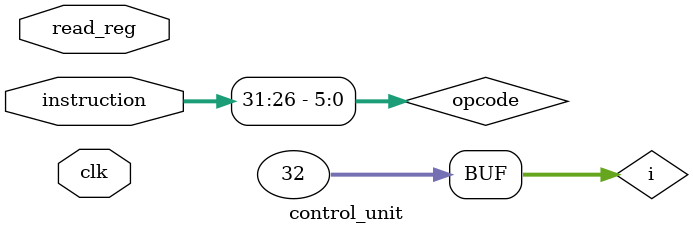
<source format=v>
module control_unit(instruction,clk,read_reg);
input clk;
input[4:0] read_reg;
input [31:0] instruction;
wire[5:0] opcode;
reg[5:0] funct; 
assign opcode = instruction[31:26];
reg[31:0] registers [31:0];
reg[31:0] memory [31:0];
reg[31:0] read_1,read_2;
reg[31:0] result;
integer i;
reg[1:0] state;
parameter S0 = 2'b00;
parameter S1 = 2'b01;
parameter S2 = 2'b10;
parameter S3 = 2'b11;

always@(posedge clk)
begin 

    // if(opcode == 8 || opcode == 12 || opcode == 13 || opcode == 14 || opcode == 15){
        
    // }
    funct = instruction[5:0];
    case(state)
        
    S0: begin
        
        case(opcode)
        6'b001000: begin 
               // registers[instruction[25:21]]
            read_1 <= registers[instruction[20:16]];
            read_2 <= instruction[15:0]; 
            
        end
        6'b001001: begin 
            read_1 <= registers[instruction[20:16]];
            read_2 <= instruction[15:0];
            //registers[instruction[25:21]] = registers[instruction[20:16]]&instruction[15:0]; 
        end
        6'b0: begin
           
           case(funct)
           6'd24,6'd20 : begin
               read_1 <= registers[instruction[25:21]];
               read_2 <= registers[instruction[20:16]];
           end
            6'b0,6'b10 : begin 
                read_1 <= registers[instruction[20:16]];
                read_2 <= instruction[10:6];
                
            end
           endcase
            
            
            //read_2 <= registers[instruction[20:16]];
        // case(funct)
        //         6'd24: registers[instruction[15:11]] = registers[instruction[25:21]] + registers[instruction[20:16]];
        //         6'd20: registers[instruction[15:11]] = registers[instruction[25:21]] - registers[instruction[20:16]];
        // endcase
        end

        endcase
        state <= S1;
    end
    S1: begin
        case(opcode)
        6'b001000: begin 
               // registers[instruction[25:21]]
            result <= read_1 + read_2; 
        end
        6'b001001: begin 
            result <= read_1&read_2;
            //registers[instruction[25:21]] = registers[instruction[20:16]]&instruction[15:0]; 
        end
        6'b0: begin
            // read_1 <= registers[instruction[25:21]];
            // read_2 <= registers[instruction[20:16]];
        case(funct)
                6'd24: result <= read_1 + read_2;
               // 6'd20: result <= read_1 - read_2;
                6'd20: begin 
                    
                    result <= read_1 + read_2;
                end
                6'b0: 
                    result <= read_1<<read_2;

                
                6'b10: result <= read_1>>read_2;
        endcase        
        end
        endcase
        state<=S2;
        
    end
    S2:
    begin
        case(opcode)
        6'b001000: begin 
            registers[instruction[25:21]] <= result;
            
        end
        6'b001001: begin 
            
            registers[instruction[25:21]] <= result; 
        end
        6'b0: begin
            registers[instruction[15:11]] <= result;
        // case(funct)
        //         6'd24: registers[instruction[15:11]] = registers[instruction[25:21]] + registers[instruction[20:16]];
        //         6'd20: registers[instruction[15:11]] = registers[instruction[25:21]] - registers[instruction[20:16]];
        // endcase
        end

        endcase
        state<= S0;
    end
    endcase
    $display();
    $display(state,read_reg, registers[instruction[20:16]], result, read_1,read_2,registers[read_reg]);
    
end   
initial 
begin 
    state = 0;
    for(i=0;i<32;i=i+1)
    registers[i] = 32'b0;
end
endmodule

</source>
